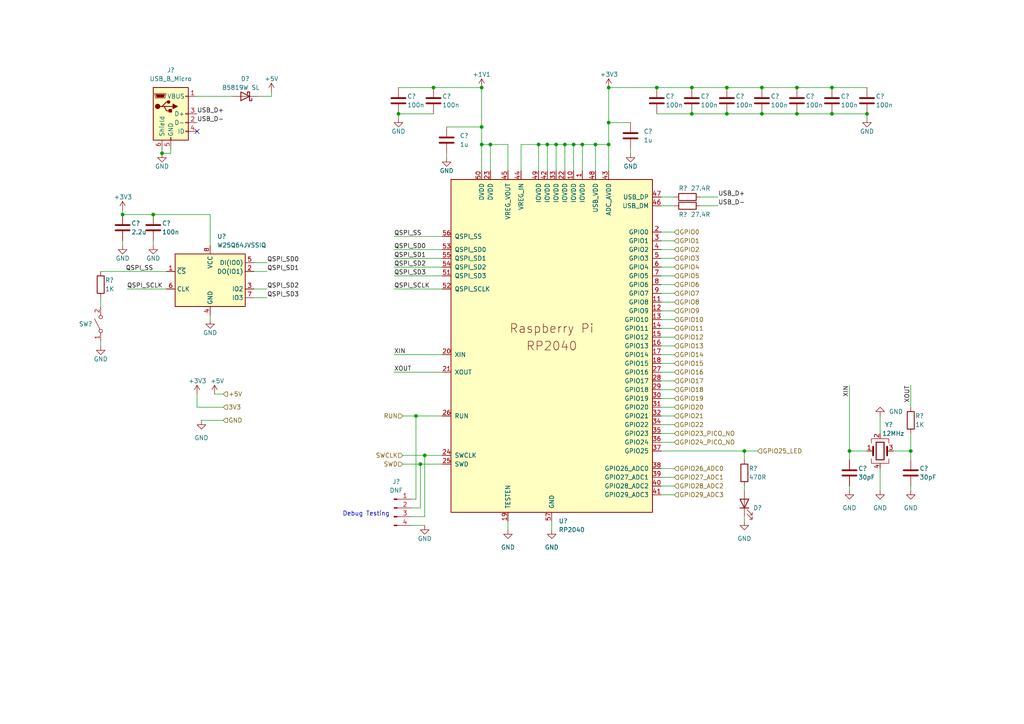
<source format=kicad_sch>
(kicad_sch (version 20211123) (generator eeschema)
  (paper "A4")
  (lib_symbols
    (symbol "Connector:Conn_01x04_Male" (pin_names (offset 1.016) hide)
      (property "Reference" "J" (at 0 5.08 0))
      (property "Value" "Conn_01x04_Male" (at 0 -7.62 0))
      (symbol "Conn_01x04_Male_1_1"
        (polyline (pts (xy 1.27 -5.08) (xy 0.8636 -5.08)) (stroke (width 0.1524)))
        (polyline (pts (xy 1.27 -2.54) (xy 0.8636 -2.54)) (stroke (width 0.1524)))
        (polyline (pts (xy 1.27 0) (xy 0.8636 0)) (stroke (width 0.1524)))
        (polyline (pts (xy 1.27 2.54) (xy 0.8636 2.54)) (stroke (width 0.1524)))
        (rectangle (start 0.8636 -4.953) (end 0 -5.207) (stroke (width 0.1524)) (fill (type outline)))
        (rectangle (start 0.8636 -2.413) (end 0 -2.667) (stroke (width 0.1524)) (fill (type outline)))
        (rectangle (start 0.8636 0.127) (end 0 -0.127) (stroke (width 0.1524)) (fill (type outline)))
        (rectangle (start 0.8636 2.667) (end 0 2.413) (stroke (width 0.1524)) (fill (type outline)))
        (pin passive line (at 5.08 2.54 180) (length 3.81) (name "Pin_1") (number "1"))
        (pin passive line (at 5.08 0 180) (length 3.81) (name "Pin_2") (number "2"))
        (pin passive line (at 5.08 -2.54 180) (length 3.81) (name "Pin_3") (number "3"))
        (pin passive line (at 5.08 -5.08 180) (length 3.81) (name "Pin_4") (number "4"))
      )
    )
    (symbol "Connector:USB_B_Micro" (pin_names (offset 1.016))
      (property "Reference" "J" (at -5.08 11.43 0))
      (property "Value" "USB_B_Micro" (at -5.08 8.89 0))
      (symbol "USB_B_Micro_0_1"
        (rectangle (start -5.08 -7.62) (end 5.08 7.62) (stroke (width 0.254)) (fill (type background)))
        (circle (center -3.81 2.159) (radius 0.635) (stroke (width 0.254)) (fill (type outline)))
        (circle (center -0.635 3.429) (radius 0.381) (stroke (width 0.254)) (fill (type outline)))
        (rectangle (start -0.127 -7.62) (end 0.127 -6.858))
        (polyline (pts (xy -1.905 2.159) (xy 0.635 2.159)) (stroke (width 0.254)))
        (polyline (pts (xy -3.175 2.159) (xy -2.54 2.159) (xy -1.27 3.429) (xy -0.635 3.429)) (stroke (width 0.254)))
        (polyline (pts (xy -2.54 2.159) (xy -1.905 2.159) (xy -1.27 0.889) (xy 0 0.889)) (stroke (width 0.254)))
        (polyline (pts (xy 0.635 2.794) (xy 0.635 1.524) (xy 1.905 2.159) (xy 0.635 2.794)) (stroke (width 0.254)) (fill (type outline)))
        (polyline (pts (xy -4.318 5.588) (xy -1.778 5.588) (xy -2.032 4.826) (xy -4.064 4.826) (xy -4.318 5.588)) (fill (type outline)))
        (polyline (pts (xy -4.699 5.842) (xy -4.699 5.588) (xy -4.445 4.826) (xy -4.445 4.572) (xy -1.651 4.572) (xy -1.651 4.826) (xy -1.397 5.588) (xy -1.397 5.842) (xy -4.699 5.842)))
        (rectangle (start 0.254 1.27) (end -0.508 0.508) (stroke (width 0.254)) (fill (type outline)))
        (rectangle (start 5.08 -5.207) (end 4.318 -4.953))
        (rectangle (start 5.08 -2.667) (end 4.318 -2.413))
        (rectangle (start 5.08 -0.127) (end 4.318 0.127))
        (rectangle (start 5.08 4.953) (end 4.318 5.207))
      )
      (symbol "USB_B_Micro_1_1"
        (pin power_out line (at 7.62 5.08 180) (length 2.54) (name "VBUS") (number "1"))
        (pin bidirectional line (at 7.62 -2.54 180) (length 2.54) (name "D-") (number "2"))
        (pin bidirectional line (at 7.62 0 180) (length 2.54) (name "D+") (number "3"))
        (pin passive line (at 7.62 -5.08 180) (length 2.54) (name "ID") (number "4"))
        (pin power_out line (at 0 -10.16 90) (length 2.54) (name "GND") (number "5"))
        (pin passive line (at -2.54 -10.16 90) (length 2.54) (name "Shield") (number "6"))
      )
    )
    (symbol "Device:C" (pin_numbers hide) (pin_names (offset 0.254))
      (property "Reference" "C" (at 0.635 2.54 0))
      (property "Value" "C" (at 0.635 -2.54 0))
      (symbol "C_0_1"
        (polyline (pts (xy -2.032 -0.762) (xy 2.032 -0.762)) (stroke (width 0.508)))
        (polyline (pts (xy -2.032 0.762) (xy 2.032 0.762)) (stroke (width 0.508)))
      )
      (symbol "C_1_1"
        (pin passive line (at 0 3.81 270) (length 2.794) (name "~") (number "1"))
        (pin passive line (at 0 -3.81 90) (length 2.794) (name "~") (number "2"))
      )
    )
    (symbol "Device:Crystal_GND24" (pin_names (offset 1.016) hide)
      (property "Reference" "Y" (at 3.175 5.08 0))
      (property "Value" "Crystal_GND24" (at 3.175 3.175 0))
      (symbol "Crystal_GND24_0_1"
        (rectangle (start -1.143 2.54) (end 1.143 -2.54) (stroke (width 0.3048)))
        (polyline (pts (xy -2.54 0) (xy -2.032 0)))
        (polyline (pts (xy -2.032 -1.27) (xy -2.032 1.27)) (stroke (width 0.508)))
        (polyline (pts (xy 0 -3.81) (xy 0 -3.556)))
        (polyline (pts (xy 0 3.556) (xy 0 3.81)))
        (polyline (pts (xy 2.032 -1.27) (xy 2.032 1.27)) (stroke (width 0.508)))
        (polyline (pts (xy 2.032 0) (xy 2.54 0)))
        (polyline (pts (xy -2.54 -2.286) (xy -2.54 -3.556) (xy 2.54 -3.556) (xy 2.54 -2.286)))
        (polyline (pts (xy -2.54 2.286) (xy -2.54 3.556) (xy 2.54 3.556) (xy 2.54 2.286)))
      )
      (symbol "Crystal_GND24_1_1"
        (pin passive line (at -3.81 0 0) (length 1.27) (name "1") (number "1"))
        (pin passive line (at 0 5.08 270) (length 1.27) (name "2") (number "2"))
        (pin passive line (at 3.81 0 180) (length 1.27) (name "3") (number "3"))
        (pin passive line (at 0 -5.08 90) (length 1.27) (name "4") (number "4"))
      )
    )
    (symbol "Device:LED" (pin_numbers hide) (pin_names (offset 1.016) hide)
      (property "Reference" "D" (at 0 2.54 0))
      (property "Value" "LED" (at 0 -2.54 0))
      (symbol "LED_0_1"
        (polyline (pts (xy -1.27 -1.27) (xy -1.27 1.27)) (stroke (width 0.254)))
        (polyline (pts (xy -1.27 0) (xy 1.27 0)))
        (polyline (pts (xy 1.27 -1.27) (xy 1.27 1.27) (xy -1.27 0) (xy 1.27 -1.27)) (stroke (width 0.254)))
        (polyline (pts (xy -3.048 -0.762) (xy -4.572 -2.286) (xy -3.81 -2.286) (xy -4.572 -2.286) (xy -4.572 -1.524)))
        (polyline (pts (xy -1.778 -0.762) (xy -3.302 -2.286) (xy -2.54 -2.286) (xy -3.302 -2.286) (xy -3.302 -1.524)))
      )
      (symbol "LED_1_1"
        (pin passive line (at -3.81 0 0) (length 2.54) (name "K") (number "1"))
        (pin passive line (at 3.81 0 180) (length 2.54) (name "A") (number "2"))
      )
    )
    (symbol "Device:R" (pin_numbers hide) (pin_names (offset 0))
      (property "Reference" "R" (at 2.032 0 90))
      (property "Value" "R" (at 0 0 90))
      (symbol "R_0_1"
        (rectangle (start -1.016 -2.54) (end 1.016 2.54) (stroke (width 0.254)))
      )
      (symbol "R_1_1"
        (pin passive line (at 0 3.81 270) (length 1.27) (name "~") (number "1"))
        (pin passive line (at 0 -3.81 90) (length 1.27) (name "~") (number "2"))
      )
    )
    (symbol "Diode:BAT48ZFILM" (pin_numbers hide) (pin_names (offset 1.016) hide)
      (property "Reference" "D" (at 0 2.54 0))
      (property "Value" "BAT48ZFILM" (at 0 -2.54 0))
      (symbol "BAT48ZFILM_0_1"
        (polyline (pts (xy 1.27 0) (xy -1.27 0)))
        (polyline (pts (xy 1.27 1.27) (xy 1.27 -1.27) (xy -1.27 0) (xy 1.27 1.27)) (stroke (width 0.254)))
        (polyline (pts (xy -1.905 0.635) (xy -1.905 1.27) (xy -1.27 1.27) (xy -1.27 -1.27) (xy -0.635 -1.27) (xy -0.635 -0.635)) (stroke (width 0.254)))
      )
      (symbol "BAT48ZFILM_1_1"
        (pin passive line (at -3.81 0 0) (length 2.54) (name "K") (number "1"))
        (pin passive line (at 3.81 0 180) (length 2.54) (name "A") (number "2"))
      )
    )
    (symbol "Memory_Flash:W25Q32JVSS"
      (property "Reference" "U" (at -8.89 8.89 0))
      (property "Value" "W25Q32JVSS" (at 7.62 8.89 0))
      (symbol "W25Q32JVSS_0_1"
        (rectangle (start -10.16 7.62) (end 10.16 -7.62) (stroke (width 0.254)) (fill (type background)))
      )
      (symbol "W25Q32JVSS_1_1"
        (pin input line (at -12.7 2.54 0) (length 2.54) (name "~{CS}") (number "1"))
        (pin bidirectional line (at 12.7 2.54 180) (length 2.54) (name "DO(IO1)") (number "2"))
        (pin bidirectional line (at 12.7 -2.54 180) (length 2.54) (name "IO2") (number "3"))
        (pin power_in line (at 0 -10.16 90) (length 2.54) (name "GND") (number "4"))
        (pin bidirectional line (at 12.7 5.08 180) (length 2.54) (name "DI(IO0)") (number "5"))
        (pin input line (at -12.7 -2.54 0) (length 2.54) (name "CLK") (number "6"))
        (pin bidirectional line (at 12.7 -5.08 180) (length 2.54) (name "IO3") (number "7"))
        (pin power_in line (at 0 10.16 270) (length 2.54) (name "VCC") (number "8"))
      )
    )
    (symbol "Switch:SW_SPST" (pin_names (offset 0) hide)
      (property "Reference" "SW" (at 0 3.175 0))
      (property "Value" "SW_SPST" (at 0 -2.54 0))
      (symbol "SW_SPST_0_0"
        (circle (center -2.032 0) (radius 0.508))
        (polyline (pts (xy -1.524 0.254) (xy 1.524 1.778)))
        (circle (center 2.032 0) (radius 0.508))
      )
      (symbol "SW_SPST_1_1"
        (pin passive line (at -5.08 0 0) (length 2.54) (name "A") (number "1"))
        (pin passive line (at 5.08 0 180) (length 2.54) (name "B") (number "2"))
      )
    )
    (symbol "power:+1V1" (power) (pin_names (offset 0))
      (property "Value" "+1V1" (at 0 3.556 0))
      (symbol "+1V1_0_1"
        (polyline (pts (xy -0.762 1.27) (xy 0 2.54)))
        (polyline (pts (xy 0 0) (xy 0 2.54)))
        (polyline (pts (xy 0 2.54) (xy 0.762 1.27)))
      )
      (symbol "+1V1_1_1"
        (pin power_in line (at 0 0 90) (length 0) hide (name "+1V1") (number "1"))
      )
    )
    (symbol "power:+3V3" (power) (pin_names (offset 0))
      (property "Value" "+3V3" (at 0 3.556 0))
      (symbol "+3V3_0_1"
        (polyline (pts (xy -0.762 1.27) (xy 0 2.54)))
        (polyline (pts (xy 0 0) (xy 0 2.54)))
        (polyline (pts (xy 0 2.54) (xy 0.762 1.27)))
      )
      (symbol "+3V3_1_1"
        (pin power_in line (at 0 0 90) (length 0) hide (name "+3V3") (number "1"))
      )
    )
    (symbol "power:+5V" (power) (pin_names (offset 0))
      (property "Value" "+5V" (at 0 3.556 0))
      (symbol "+5V_0_1"
        (polyline (pts (xy -0.762 1.27) (xy 0 2.54)))
        (polyline (pts (xy 0 0) (xy 0 2.54)))
        (polyline (pts (xy 0 2.54) (xy 0.762 1.27)))
      )
      (symbol "+5V_1_1"
        (pin power_in line (at 0 0 90) (length 0) hide (name "+5V") (number "1"))
      )
    )
    (symbol "power:GND" (power) (pin_names (offset 0))
      (property "Value" "GND" (at 0 -3.81 0))
      (symbol "GND_0_1"
        (polyline (pts (xy 0 0) (xy 0 -1.27) (xy 1.27 -1.27) (xy 0 -2.54) (xy -1.27 -1.27) (xy 0 -1.27)))
      )
      (symbol "GND_1_1"
        (pin power_in line (at 0 0 270) (length 0) hide (name "GND") (number "1"))
      )
    )
    (symbol "usb_xwitch:RP2040" (pin_names (offset 1.016))
      (property "Reference" "U" (at -29.21 49.53 0))
      (property "Value" "RP2040" (at 24.13 -49.53 0))
      (symbol "RP2040_0_0"
        (text "Raspberry Pi" (at 0 5.08 0) (effects (font (size 2.54 2.54))))
        (text "RP2040" (at 0 0 0) (effects (font (size 2.54 2.54))))
      )
      (symbol "RP2040_0_1"
        (rectangle (start 29.21 48.26) (end -29.21 -48.26) (stroke (width 0.254)) (fill (type background)))
      )
      (symbol "RP2040_1_1"
        (pin power_in line (at 8.89 50.8 270) (length 2.54) (name "IOVDD") (number "1"))
        (pin power_in line (at 6.35 50.8 270) (length 2.54) (name "IOVDD") (number "10"))
        (pin bidirectional line (at 31.75 12.7 180) (length 2.54) (name "GPIO8") (number "11"))
        (pin bidirectional line (at 31.75 10.16 180) (length 2.54) (name "GPIO9") (number "12"))
        (pin bidirectional line (at 31.75 7.62 180) (length 2.54) (name "GPIO10") (number "13"))
        (pin bidirectional line (at 31.75 5.08 180) (length 2.54) (name "GPIO11") (number "14"))
        (pin bidirectional line (at 31.75 2.54 180) (length 2.54) (name "GPIO12") (number "15"))
        (pin bidirectional line (at 31.75 0 180) (length 2.54) (name "GPIO13") (number "16"))
        (pin bidirectional line (at 31.75 -2.54 180) (length 2.54) (name "GPIO14") (number "17"))
        (pin bidirectional line (at 31.75 -5.08 180) (length 2.54) (name "GPIO15") (number "18"))
        (pin passive line (at -12.7 -50.8 90) (length 2.54) (name "TESTEN") (number "19"))
        (pin bidirectional line (at 31.75 33.02 180) (length 2.54) (name "GPIO0") (number "2"))
        (pin input line (at -31.75 -2.54 0) (length 2.54) (name "XIN") (number "20"))
        (pin passive line (at -31.75 -7.62 0) (length 2.54) (name "XOUT") (number "21"))
        (pin power_in line (at 3.81 50.8 270) (length 2.54) (name "IOVDD") (number "22"))
        (pin power_in line (at -17.78 50.8 270) (length 2.54) (name "DVDD") (number "23"))
        (pin output line (at -31.75 -31.75 0) (length 2.54) (name "SWCLK") (number "24"))
        (pin bidirectional line (at -31.75 -34.29 0) (length 2.54) (name "SWD") (number "25"))
        (pin input line (at -31.75 -20.32 0) (length 2.54) (name "RUN") (number "26"))
        (pin bidirectional line (at 31.75 -7.62 180) (length 2.54) (name "GPIO16") (number "27"))
        (pin bidirectional line (at 31.75 -10.16 180) (length 2.54) (name "GPIO17") (number "28"))
        (pin bidirectional line (at 31.75 -12.7 180) (length 2.54) (name "GPIO18") (number "29"))
        (pin bidirectional line (at 31.75 30.48 180) (length 2.54) (name "GPIO1") (number "3"))
        (pin bidirectional line (at 31.75 -15.24 180) (length 2.54) (name "GPIO19") (number "30"))
        (pin bidirectional line (at 31.75 -17.78 180) (length 2.54) (name "GPIO20") (number "31"))
        (pin bidirectional line (at 31.75 -20.32 180) (length 2.54) (name "GPIO21") (number "32"))
        (pin power_in line (at 1.27 50.8 270) (length 2.54) (name "IOVDD") (number "33"))
        (pin bidirectional line (at 31.75 -22.86 180) (length 2.54) (name "GPIO22") (number "34"))
        (pin bidirectional line (at 31.75 -25.4 180) (length 2.54) (name "GPIO23") (number "35"))
        (pin bidirectional line (at 31.75 -27.94 180) (length 2.54) (name "GPIO24") (number "36"))
        (pin bidirectional line (at 31.75 -30.48 180) (length 2.54) (name "GPIO25") (number "37"))
        (pin bidirectional line (at 31.75 -35.56 180) (length 2.54) (name "GPIO26_ADC0") (number "38"))
        (pin bidirectional line (at 31.75 -38.1 180) (length 2.54) (name "GPIO27_ADC1") (number "39"))
        (pin bidirectional line (at 31.75 27.94 180) (length 2.54) (name "GPIO2") (number "4"))
        (pin bidirectional line (at 31.75 -40.64 180) (length 2.54) (name "GPIO28_ADC2") (number "40"))
        (pin bidirectional line (at 31.75 -43.18 180) (length 2.54) (name "GPIO29_ADC3") (number "41"))
        (pin power_in line (at -1.27 50.8 270) (length 2.54) (name "IOVDD") (number "42"))
        (pin power_in line (at 16.51 50.8 270) (length 2.54) (name "ADC_AVDD") (number "43"))
        (pin power_in line (at -8.89 50.8 270) (length 2.54) (name "VREG_IN") (number "44"))
        (pin power_out line (at -12.7 50.8 270) (length 2.54) (name "VREG_VOUT") (number "45"))
        (pin bidirectional line (at 31.75 40.64 180) (length 2.54) (name "USB_DM") (number "46"))
        (pin bidirectional line (at 31.75 43.18 180) (length 2.54) (name "USB_DP") (number "47"))
        (pin power_in line (at 12.7 50.8 270) (length 2.54) (name "USB_VDD") (number "48"))
        (pin power_in line (at -3.81 50.8 270) (length 2.54) (name "IOVDD") (number "49"))
        (pin bidirectional line (at 31.75 25.4 180) (length 2.54) (name "GPIO3") (number "5"))
        (pin power_in line (at -20.32 50.8 270) (length 2.54) (name "DVDD") (number "50"))
        (pin bidirectional line (at -31.75 20.32 0) (length 2.54) (name "QSPI_SD3") (number "51"))
        (pin output line (at -31.75 16.51 0) (length 2.54) (name "QSPI_SCLK") (number "52"))
        (pin bidirectional line (at -31.75 27.94 0) (length 2.54) (name "QSPI_SD0") (number "53"))
        (pin bidirectional line (at -31.75 22.86 0) (length 2.54) (name "QSPI_SD2") (number "54"))
        (pin bidirectional line (at -31.75 25.4 0) (length 2.54) (name "QSPI_SD1") (number "55"))
        (pin bidirectional line (at -31.75 31.75 0) (length 2.54) (name "QSPI_SS") (number "56"))
        (pin power_in line (at 0 -50.8 90) (length 2.54) (name "GND") (number "57"))
        (pin bidirectional line (at 31.75 22.86 180) (length 2.54) (name "GPIO4") (number "6"))
        (pin bidirectional line (at 31.75 20.32 180) (length 2.54) (name "GPIO5") (number "7"))
        (pin bidirectional line (at 31.75 17.78 180) (length 2.54) (name "GPIO6") (number "8"))
        (pin bidirectional line (at 31.75 15.24 180) (length 2.54) (name "GPIO7") (number "9"))
      )
    )
  )
  (junction (at 158.75 41.91))
  (junction (at 210.82 33.02))
  (junction (at 251.46 33.02))
  (junction (at 220.98 33.02))
  (junction (at 120.65 120.65))
  (junction (at 168.91 41.91))
  (junction (at 210.82 25.4))
  (junction (at 246.38 130.81))
  (junction (at 200.66 25.4))
  (junction (at 35.56 62.23))
  (junction (at 139.7 25.4))
  (junction (at 200.66 33.02))
  (junction (at 156.21 41.91))
  (junction (at 142.24 41.91))
  (junction (at 172.72 41.91))
  (junction (at 123.19 132.08))
  (junction (at 215.9 130.81))
  (junction (at 44.45 62.23))
  (junction (at 241.3 25.4))
  (junction (at 231.14 25.4))
  (junction (at 139.7 41.91))
  (junction (at 264.16 130.81))
  (junction (at 163.83 41.91))
  (junction (at 241.3 33.02))
  (junction (at 176.53 25.4))
  (junction (at 176.53 41.91))
  (junction (at 46.99 44.45))
  (junction (at 125.73 25.4))
  (junction (at 139.7 36.83))
  (junction (at 121.92 134.62))
  (junction (at 166.37 41.91))
  (junction (at 161.29 41.91))
  (junction (at 176.53 35.56))
  (junction (at 115.57 33.02))
  (junction (at 190.5 25.4))
  (junction (at 220.98 25.4))
  (junction (at 231.14 33.02))
  (no_connect (at 57.15 38.1))
  (wire (pts (xy 114.3 102.87) (xy 128.27 102.87)))
  (wire (pts (xy 191.77 105.41) (xy 195.58 105.41)))
  (wire (pts (xy 161.29 41.91) (xy 163.83 41.91)))
  (wire (pts (xy 191.77 74.93) (xy 195.58 74.93)))
  (wire (pts (xy 158.75 41.91) (xy 158.75 49.53)))
  (wire (pts (xy 119.38 144.78) (xy 120.65 144.78)))
  (wire (pts (xy 251.46 33.02) (xy 251.46 34.29)))
  (wire (pts (xy 62.23 114.3) (xy 64.77 114.3)))
  (wire (pts (xy 191.77 118.11) (xy 195.58 118.11)))
  (wire (pts (xy 191.77 80.01) (xy 195.58 80.01)))
  (wire (pts (xy 60.96 91.44) (xy 60.96 92.71)))
  (wire (pts (xy 191.77 138.43) (xy 195.58 138.43)))
  (wire (pts (xy 220.98 25.4) (xy 231.14 25.4)))
  (wire (pts (xy 168.91 41.91) (xy 168.91 49.53)))
  (wire (pts (xy 116.84 120.65) (xy 120.65 120.65)))
  (wire (pts (xy 46.99 44.45) (xy 46.99 43.18)))
  (wire (pts (xy 57.15 27.94) (xy 67.31 27.94)))
  (wire (pts (xy 156.21 41.91) (xy 158.75 41.91)))
  (wire (pts (xy 191.77 82.55) (xy 195.58 82.55)))
  (wire (pts (xy 191.77 115.57) (xy 195.58 115.57)))
  (wire (pts (xy 191.77 107.95) (xy 195.58 107.95)))
  (wire (pts (xy 191.77 100.33) (xy 195.58 100.33)))
  (wire (pts (xy 191.77 90.17) (xy 195.58 90.17)))
  (wire (pts (xy 115.57 33.02) (xy 115.57 34.29)))
  (wire (pts (xy 151.13 49.53) (xy 151.13 41.91)))
  (wire (pts (xy 49.53 43.18) (xy 49.53 44.45)))
  (wire (pts (xy 215.9 130.81) (xy 219.71 130.81)))
  (wire (pts (xy 215.9 149.86) (xy 215.9 151.13)))
  (wire (pts (xy 151.13 41.91) (xy 156.21 41.91)))
  (wire (pts (xy 114.3 72.39) (xy 128.27 72.39)))
  (wire (pts (xy 264.16 111.76) (xy 264.16 118.11)))
  (wire (pts (xy 168.91 41.91) (xy 172.72 41.91)))
  (wire (pts (xy 116.84 134.62) (xy 121.92 134.62)))
  (wire (pts (xy 44.45 69.85) (xy 44.45 71.12)))
  (wire (pts (xy 191.77 95.25) (xy 195.58 95.25)))
  (wire (pts (xy 77.47 76.2) (xy 73.66 76.2)))
  (wire (pts (xy 158.75 41.91) (xy 161.29 41.91)))
  (wire (pts (xy 114.3 80.01) (xy 128.27 80.01)))
  (wire (pts (xy 191.77 123.19) (xy 195.58 123.19)))
  (wire (pts (xy 35.56 62.23) (xy 44.45 62.23)))
  (wire (pts (xy 191.77 120.65) (xy 195.58 120.65)))
  (wire (pts (xy 123.19 132.08) (xy 123.19 149.86)))
  (wire (pts (xy 231.14 33.02) (xy 241.3 33.02)))
  (wire (pts (xy 114.3 74.93) (xy 128.27 74.93)))
  (wire (pts (xy 191.77 128.27) (xy 195.58 128.27)))
  (wire (pts (xy 125.73 25.4) (xy 139.7 25.4)))
  (wire (pts (xy 139.7 36.83) (xy 139.7 41.91)))
  (wire (pts (xy 241.3 25.4) (xy 251.46 25.4)))
  (wire (pts (xy 264.16 125.73) (xy 264.16 130.81)))
  (wire (pts (xy 191.77 130.81) (xy 215.9 130.81)))
  (wire (pts (xy 246.38 111.76) (xy 246.38 130.81)))
  (wire (pts (xy 191.77 92.71) (xy 195.58 92.71)))
  (wire (pts (xy 191.77 85.09) (xy 195.58 85.09)))
  (wire (pts (xy 255.27 135.89) (xy 255.27 142.24)))
  (wire (pts (xy 191.77 72.39) (xy 195.58 72.39)))
  (wire (pts (xy 251.46 130.81) (xy 246.38 130.81)))
  (wire (pts (xy 142.24 49.53) (xy 142.24 41.91)))
  (wire (pts (xy 200.66 25.4) (xy 210.82 25.4)))
  (wire (pts (xy 121.92 134.62) (xy 128.27 134.62)))
  (wire (pts (xy 147.32 41.91) (xy 142.24 41.91)))
  (wire (pts (xy 246.38 130.81) (xy 246.38 133.35)))
  (wire (pts (xy 215.9 130.81) (xy 215.9 133.35)))
  (wire (pts (xy 139.7 41.91) (xy 139.7 49.53)))
  (wire (pts (xy 160.02 151.13) (xy 160.02 153.67)))
  (wire (pts (xy 119.38 152.4) (xy 123.19 152.4)))
  (wire (pts (xy 119.38 149.86) (xy 123.19 149.86)))
  (wire (pts (xy 191.77 59.69) (xy 195.58 59.69)))
  (wire (pts (xy 147.32 151.13) (xy 147.32 153.67)))
  (wire (pts (xy 163.83 41.91) (xy 166.37 41.91)))
  (wire (pts (xy 161.29 41.91) (xy 161.29 49.53)))
  (wire (pts (xy 191.77 110.49) (xy 195.58 110.49)))
  (wire (pts (xy 121.92 134.62) (xy 121.92 147.32)))
  (wire (pts (xy 163.83 41.91) (xy 163.83 49.53)))
  (wire (pts (xy 120.65 120.65) (xy 120.65 144.78)))
  (wire (pts (xy 176.53 25.4) (xy 176.53 35.56)))
  (wire (pts (xy 77.47 78.74) (xy 73.66 78.74)))
  (wire (pts (xy 114.3 77.47) (xy 128.27 77.47)))
  (wire (pts (xy 210.82 25.4) (xy 220.98 25.4)))
  (wire (pts (xy 259.08 130.81) (xy 264.16 130.81)))
  (wire (pts (xy 172.72 41.91) (xy 172.72 49.53)))
  (wire (pts (xy 191.77 97.79) (xy 195.58 97.79)))
  (wire (pts (xy 129.54 36.83) (xy 139.7 36.83)))
  (wire (pts (xy 176.53 41.91) (xy 176.53 49.53)))
  (wire (pts (xy 166.37 41.91) (xy 166.37 49.53)))
  (wire (pts (xy 241.3 33.02) (xy 251.46 33.02)))
  (wire (pts (xy 129.54 44.45) (xy 129.54 45.72)))
  (wire (pts (xy 29.21 86.36) (xy 29.21 88.9)))
  (wire (pts (xy 176.53 35.56) (xy 182.88 35.56)))
  (wire (pts (xy 190.5 25.4) (xy 200.66 25.4)))
  (wire (pts (xy 172.72 41.91) (xy 176.53 41.91)))
  (wire (pts (xy 60.96 71.12) (xy 60.96 62.23)))
  (wire (pts (xy 191.77 143.51) (xy 195.58 143.51)))
  (wire (pts (xy 36.83 83.82) (xy 48.26 83.82)))
  (wire (pts (xy 191.77 135.89) (xy 195.58 135.89)))
  (wire (pts (xy 176.53 25.4) (xy 190.5 25.4)))
  (wire (pts (xy 78.74 26.67) (xy 78.74 27.94)))
  (wire (pts (xy 246.38 140.97) (xy 246.38 142.24)))
  (wire (pts (xy 74.93 27.94) (xy 78.74 27.94)))
  (wire (pts (xy 182.88 43.18) (xy 182.88 44.45)))
  (wire (pts (xy 142.24 41.91) (xy 139.7 41.91)))
  (wire (pts (xy 115.57 33.02) (xy 125.73 33.02)))
  (wire (pts (xy 77.47 86.36) (xy 73.66 86.36)))
  (wire (pts (xy 191.77 57.15) (xy 195.58 57.15)))
  (wire (pts (xy 255.27 120.65) (xy 255.27 125.73)))
  (wire (pts (xy 220.98 33.02) (xy 231.14 33.02)))
  (wire (pts (xy 264.16 140.97) (xy 264.16 142.24)))
  (wire (pts (xy 58.42 121.92) (xy 64.77 121.92)))
  (wire (pts (xy 191.77 77.47) (xy 195.58 77.47)))
  (wire (pts (xy 191.77 102.87) (xy 195.58 102.87)))
  (wire (pts (xy 191.77 87.63) (xy 195.58 87.63)))
  (wire (pts (xy 57.15 114.3) (xy 57.15 118.11)))
  (wire (pts (xy 116.84 132.08) (xy 123.19 132.08)))
  (wire (pts (xy 191.77 113.03) (xy 195.58 113.03)))
  (wire (pts (xy 191.77 140.97) (xy 195.58 140.97)))
  (wire (pts (xy 200.66 33.02) (xy 210.82 33.02)))
  (wire (pts (xy 139.7 25.4) (xy 139.7 36.83)))
  (wire (pts (xy 156.21 41.91) (xy 156.21 49.53)))
  (wire (pts (xy 191.77 69.85) (xy 195.58 69.85)))
  (wire (pts (xy 231.14 25.4) (xy 241.3 25.4)))
  (wire (pts (xy 210.82 33.02) (xy 220.98 33.02)))
  (wire (pts (xy 114.3 83.82) (xy 128.27 83.82)))
  (wire (pts (xy 203.2 59.69) (xy 208.28 59.69)))
  (wire (pts (xy 46.99 44.45) (xy 49.53 44.45)))
  (wire (pts (xy 114.3 107.95) (xy 128.27 107.95)))
  (wire (pts (xy 191.77 125.73) (xy 195.58 125.73)))
  (wire (pts (xy 57.15 118.11) (xy 64.77 118.11)))
  (wire (pts (xy 215.9 140.97) (xy 215.9 142.24)))
  (wire (pts (xy 203.2 57.15) (xy 208.28 57.15)))
  (wire (pts (xy 147.32 49.53) (xy 147.32 41.91)))
  (wire (pts (xy 264.16 130.81) (xy 264.16 133.35)))
  (wire (pts (xy 120.65 120.65) (xy 128.27 120.65)))
  (wire (pts (xy 190.5 33.02) (xy 200.66 33.02)))
  (wire (pts (xy 35.56 69.85) (xy 35.56 71.12)))
  (wire (pts (xy 191.77 67.31) (xy 195.58 67.31)))
  (wire (pts (xy 35.56 60.96) (xy 35.56 62.23)))
  (wire (pts (xy 119.38 147.32) (xy 121.92 147.32)))
  (wire (pts (xy 166.37 41.91) (xy 168.91 41.91)))
  (wire (pts (xy 176.53 35.56) (xy 176.53 41.91)))
  (wire (pts (xy 29.21 99.06) (xy 29.21 100.33)))
  (wire (pts (xy 114.3 68.58) (xy 128.27 68.58)))
  (wire (pts (xy 115.57 25.4) (xy 125.73 25.4)))
  (wire (pts (xy 60.96 62.23) (xy 44.45 62.23)))
  (wire (pts (xy 123.19 132.08) (xy 128.27 132.08)))
  (wire (pts (xy 77.47 83.82) (xy 73.66 83.82)))
  (wire (pts (xy 29.21 78.74) (xy 48.26 78.74)))
  (text "Debug Testing" (at 113.03 149.86 180) (effects (font (size 1.27 1.27)) (justify right bottom)))
  (label "QSPI_SCLK" (at 114.3 83.82 0))
  (label "USB_D+" (at 208.28 57.15 0))
  (label "QSPI_SS" (at 44.45 78.74 180))
  (label "QSPI_SD2" (at 77.47 83.82 0))
  (label "QSPI_SCLK" (at 36.83 83.82 0))
  (label "XIN" (at 246.38 111.76 270))
  (label "USB_D-" (at 57.15 35.56 0))
  (label "USB_D+" (at 57.15 33.02 0))
  (label "QSPI_SD3" (at 77.47 86.36 0))
  (label "USB_D-" (at 208.28 59.69 0))
  (label "QSPI_SD1" (at 77.47 78.74 0))
  (label "QSPI_SD1" (at 114.3 74.93 0))
  (label "QSPI_SD2" (at 114.3 77.47 0))
  (label "XOUT" (at 264.16 111.76 270))
  (label "XIN" (at 114.3 102.87 0))
  (label "QSPI_SS" (at 114.3 68.58 0))
  (label "QSPI_SD3" (at 114.3 80.01 0))
  (label "QSPI_SD0" (at 114.3 72.39 0))
  (label "QSPI_SD0" (at 77.47 76.2 0))
  (label "XOUT" (at 114.3 107.95 0))
  (hierarchical_label "GPIO20" (shape input) (at 195.58 118.11 0))
  (hierarchical_label "GPIO12" (shape input) (at 195.58 97.79 0))
  (hierarchical_label "GPIO2" (shape input) (at 195.58 72.39 0))
  (hierarchical_label "GPIO23_PICO_NO" (shape input) (at 195.58 125.73 0))
  (hierarchical_label "GPIO19" (shape input) (at 195.58 115.57 0))
  (hierarchical_label "GPIO9" (shape input) (at 195.58 90.17 0))
  (hierarchical_label "GPIO25_LED" (shape input) (at 219.71 130.81 0))
  (hierarchical_label "GPIO7" (shape input) (at 195.58 85.09 0))
  (hierarchical_label "GPIO28_ADC2" (shape input) (at 195.58 140.97 0))
  (hierarchical_label "GPIO11" (shape input) (at 195.58 95.25 0))
  (hierarchical_label "GPIO8" (shape input) (at 195.58 87.63 0))
  (hierarchical_label "GPIO14" (shape input) (at 195.58 102.87 0))
  (hierarchical_label "GPIO24_PICO_NO" (shape input) (at 195.58 128.27 0))
  (hierarchical_label "GPIO3" (shape input) (at 195.58 74.93 0))
  (hierarchical_label "GPIO13" (shape input) (at 195.58 100.33 0))
  (hierarchical_label "SWCLK" (shape input) (at 116.84 132.08 180))
  (hierarchical_label "GPIO10" (shape input) (at 195.58 92.71 0))
  (hierarchical_label "GPIO22" (shape input) (at 195.58 123.19 0))
  (hierarchical_label "GPIO21" (shape input) (at 195.58 120.65 0))
  (hierarchical_label "GPIO15" (shape input) (at 195.58 105.41 0))
  (hierarchical_label "+5V" (shape input) (at 64.77 114.3 0))
  (hierarchical_label "GPIO26_ADC0" (shape input) (at 195.58 135.89 0))
  (hierarchical_label "GPIO1" (shape input) (at 195.58 69.85 0))
  (hierarchical_label "GPIO29_ADC3" (shape input) (at 195.58 143.51 0))
  (hierarchical_label "SWD" (shape input) (at 116.84 134.62 180))
  (hierarchical_label "GPIO17" (shape input) (at 195.58 110.49 0))
  (hierarchical_label "GPIO4" (shape input) (at 195.58 77.47 0))
  (hierarchical_label "RUN" (shape input) (at 116.84 120.65 180))
  (hierarchical_label "GPIO27_ADC1" (shape input) (at 195.58 138.43 0))
  (hierarchical_label "GPIO16" (shape input) (at 195.58 107.95 0))
  (hierarchical_label "GPIO5" (shape input) (at 195.58 80.01 0))
  (hierarchical_label "GND" (shape input) (at 64.77 121.92 0))
  (hierarchical_label "GPIO6" (shape input) (at 195.58 82.55 0))
  (hierarchical_label "GPIO18" (shape input) (at 195.58 113.03 0))
  (hierarchical_label "3V3" (shape input) (at 64.77 118.11 0))
  (hierarchical_label "GPIO0" (shape input) (at 195.58 67.31 0))
  (symbol (lib_id "Device:LED") (at 215.9 146.05 90) (unit 1)
    (property "Reference" "D?" (at 218.44 147.32 90) (effects (justify right)))
    (property "Value" "19-217/GHC-YR1S2/3T" (effects hide))
    (property "Footprint" "Diode_SMD:D_0603_1608Metric_Pad1.05x0.95mm_HandSolder" (effects hide))
    (property "Datasheet" "https://media.digikey.com/pdf/Data%20Sheets/Everlight%20PDFs/19-217,GHC-YR1S2,3T.pdf" (effects hide))
    (property "LCSC" "C72043" (effects hide))
  )
  (symbol (lib_id "Device:C") (at 220.98 29.21 0) (unit 1)
    (property "Reference" "C?" (at 223.52 27.94 0) (effects (justify left)))
    (property "Value" "100n" (at 223.52 30.48 0) (effects (justify left)))
    (property "Footprint" "Resistor_SMD:R_0402_1005Metric_Pad0.72x0.64mm_HandSolder" (effects hide))
    (property "LCSC" "C1525" (effects hide))
  )
  (symbol (lib_id "Device:R") (at 199.39 59.69 90) (unit 1)
    (property "Reference" "R?" (at 198.12 62.23 90))
    (property "Value" "27.4R" (at 203.2 62.23 90))
    (property "Footprint" "Resistor_SMD:R_0402_1005Metric_Pad0.72x0.64mm_HandSolder" (effects hide))
    (property "LCSC" "C31439" (effects hide))
  )
  (symbol (lib_id "Connector:USB_B_Micro") (at 49.53 33.02 0) (unit 1)
    (property "Reference" "J?" (at 49.53 20.32 0))
    (property "Value" "USB_B_Micro" (at 49.53 22.86 0))
    (property "Footprint" "Connector_USB:USB_Micro-B_Molex-105017-0001" (effects hide))
    (property "LCSC" "C10418" (effects hide))
  )
  (symbol (lib_id "power:GND") (at 115.57 34.29 0) (unit 1)
    (property "Reference" "#PWR?" (effects hide))
    (property "Value" "GND" (at 115.57 38.1 0))
  )
  (symbol (lib_id "Device:C") (at 182.88 39.37 0) (unit 1)
    (property "Reference" "C?" (at 186.69 38.0999 0) (effects (justify left)))
    (property "Value" "1u" (at 186.69 40.6399 0) (effects (justify left)))
    (property "Footprint" "Resistor_SMD:R_0402_1005Metric_Pad0.72x0.64mm_HandSolder" (effects hide))
    (property "LCSC" "C52923" (effects hide))
  )
  (symbol (lib_id "power:GND") (at 58.42 121.92 0) (unit 1)
    (property "Reference" "#PWR?" (effects hide))
    (property "Value" "GND" (at 58.42 127 0))
  )
  (symbol (lib_id "Device:C") (at 231.14 29.21 0) (unit 1)
    (property "Reference" "C?" (at 233.68 27.94 0) (effects (justify left)))
    (property "Value" "100n" (at 233.68 30.48 0) (effects (justify left)))
    (property "Footprint" "Resistor_SMD:R_0402_1005Metric_Pad0.72x0.64mm_HandSolder" (effects hide))
    (property "LCSC" "C1525" (effects hide))
  )
  (symbol (lib_id "Device:C") (at 190.5 29.21 0) (unit 1)
    (property "Reference" "C?" (at 193.04 27.94 0) (effects (justify left)))
    (property "Value" "100n" (at 193.04 30.48 0) (effects (justify left)))
    (property "Footprint" "Resistor_SMD:R_0402_1005Metric_Pad0.72x0.64mm_HandSolder" (effects hide))
    (property "LCSC" "C1525" (effects hide))
  )
  (symbol (lib_id "Memory_Flash:W25Q32JVSS") (at 60.96 81.28 0) (unit 1)
    (property "Reference" "U?" (at 62.9794 68.58 0) (effects (justify left)))
    (property "Value" "W25Q64JVSSIQ" (at 62.9794 71.12 0) (effects (justify left)))
    (property "Footprint" "Package_SO:SOIC-8_5.23x5.23mm_P1.27mm" (effects hide))
    (property "Datasheet" "http://www.winbond.com/resource-files/w25q32jv%20revg%2003272018%20plus.pdf" (effects hide))
    (property "LCSC" "C83140" (effects hide))
  )
  (symbol (lib_id "power:GND") (at 129.54 45.72 0) (unit 1)
    (property "Reference" "#PWR?" (effects hide))
    (property "Value" "GND" (at 129.54 49.53 0))
  )
  (symbol (lib_id "power:+3V3") (at 176.53 25.4 0) (unit 1)
    (property "Reference" "#PWR?" (effects hide))
    (property "Value" "+3V3" (at 173.99 21.59 0) (effects (justify left)))
  )
  (symbol (lib_id "Diode:BAT48ZFILM") (at 71.12 27.94 180) (unit 1)
    (property "Reference" "D?" (at 71.12 22.86 0))
    (property "Value" "B5819W SL" (at 69.85 25.4 0))
    (property "Footprint" "Diode_SMD:D_SOD-123" (effects hide))
    (property "Datasheet" "https://datasheet.lcsc.com/lcsc/1809140216_Jiangsu-Changjing-Electronics-Technology-Co---Ltd--B5819W-SL_C8598.pdf" (effects hide))
    (property "LCSC" "C8598" (effects hide))
  )
  (symbol (lib_id "Device:C") (at 241.3 29.21 0) (unit 1)
    (property "Reference" "C?" (at 243.84 27.94 0) (effects (justify left)))
    (property "Value" "100n" (at 243.84 30.48 0) (effects (justify left)))
    (property "Footprint" "Resistor_SMD:R_0402_1005Metric_Pad0.72x0.64mm_HandSolder" (effects hide))
    (property "LCSC" "C1525" (effects hide))
  )
  (symbol (lib_id "usb_xwitch:RP2040") (at 160.02 100.33 0) (unit 1)
    (property "Reference" "U?" (at 162.0394 151.13 0) (effects (justify left)))
    (property "Value" "RP2040" (at 162.0394 153.67 0) (effects (justify left)))
    (property "Footprint" "usb_xwitch:RP2040-QFN-56" (effects hide))
    (property "LCSC" "C2040" (effects hide))
  )
  (symbol (lib_id "power:GND") (at 60.96 92.71 0) (unit 1)
    (property "Reference" "#PWR?" (effects hide))
    (property "Value" "GND" (at 60.96 96.52 0))
  )
  (symbol (lib_id "Device:C") (at 125.73 29.21 0) (unit 1)
    (property "Reference" "C?" (at 128.27 27.94 0) (effects (justify left)))
    (property "Value" "100n" (at 128.27 30.48 0) (effects (justify left)))
    (property "Footprint" "Resistor_SMD:R_0402_1005Metric_Pad0.72x0.64mm_HandSolder" (effects hide))
    (property "LCSC" "C1525" (effects hide))
  )
  (symbol (lib_id "Device:C") (at 35.56 66.04 0) (unit 1)
    (property "Reference" "C?" (at 38.1 64.77 0) (effects (justify left)))
    (property "Value" "2.2u" (at 38.1 67.31 0) (effects (justify left)))
    (property "Footprint" "Inductor_SMD:L_0402_1005Metric_Pad0.77x0.64mm_HandSolder" (effects hide))
    (property "LCSC" "C12530" (effects hide))
  )
  (symbol (lib_id "Device:C") (at 246.38 137.16 0) (unit 1)
    (property "Reference" "C?" (at 248.92 135.89 0) (effects (justify left)))
    (property "Value" "30pF" (at 248.92 138.43 0) (effects (justify left)))
    (property "Footprint" "Capacitor_SMD:C_0402_1005Metric_Pad0.74x0.62mm_HandSolder" (effects hide))
    (property "LCSC" "C1570" (effects hide))
  )
  (symbol (lib_id "Device:R") (at 199.39 57.15 90) (unit 1)
    (property "Reference" "R?" (at 198.12 54.61 90))
    (property "Value" "27.4R" (at 203.2 54.61 90))
    (property "Footprint" "Resistor_SMD:R_0402_1005Metric_Pad0.72x0.64mm_HandSolder" (effects hide))
    (property "LCSC" "C31439" (effects hide))
  )
  (symbol (lib_id "Device:C") (at 44.45 66.04 0) (unit 1)
    (property "Reference" "C?" (at 46.99 64.77 0) (effects (justify left)))
    (property "Value" "100n" (at 46.99 67.31 0) (effects (justify left)))
    (property "Footprint" "Inductor_SMD:L_0402_1005Metric_Pad0.77x0.64mm_HandSolder" (effects hide))
    (property "LCSC" "C1525" (effects hide))
  )
  (symbol (lib_id "Device:C") (at 200.66 29.21 0) (unit 1)
    (property "Reference" "C?" (at 203.2 27.94 0) (effects (justify left)))
    (property "Value" "100n" (at 203.2 30.48 0) (effects (justify left)))
    (property "Footprint" "Resistor_SMD:R_0402_1005Metric_Pad0.72x0.64mm_HandSolder" (effects hide))
    (property "LCSC" "C1525" (effects hide))
  )
  (symbol (lib_id "power:+3V3") (at 57.15 114.3 0) (unit 1)
    (property "Reference" "#PWR?" (effects hide))
    (property "Value" "+3V3" (at 54.61 110.49 0) (effects (justify left)))
  )
  (symbol (lib_id "power:GND") (at 147.32 153.67 0) (unit 1)
    (property "Reference" "#PWR?" (effects hide))
    (property "Value" "GND" (at 147.32 158.75 0))
  )
  (symbol (lib_id "power:GND") (at 255.27 142.24 0) (unit 1)
    (property "Reference" "#PWR?" (effects hide))
    (property "Value" "GND" (at 255.27 147.32 0))
  )
  (symbol (lib_id "power:GND") (at 35.56 71.12 0) (unit 1)
    (property "Reference" "#PWR?" (effects hide))
    (property "Value" "GND" (at 35.56 74.93 0))
  )
  (symbol (lib_id "Device:C") (at 115.57 29.21 0) (unit 1)
    (property "Reference" "C?" (at 118.11 27.94 0) (effects (justify left)))
    (property "Value" "100n" (at 118.11 30.48 0) (effects (justify left)))
    (property "Footprint" "Resistor_SMD:R_0402_1005Metric_Pad0.72x0.64mm_HandSolder" (effects hide))
    (property "LCSC" "C1525" (effects hide))
  )
  (symbol (lib_id "Device:R") (at 29.21 82.55 0) (unit 1)
    (property "Reference" "R?" (at 30.48 81.28 0) (effects (justify left)))
    (property "Value" "1K" (at 30.48 83.82 0) (effects (justify left)))
    (property "Footprint" "Inductor_SMD:L_0402_1005Metric_Pad0.77x0.64mm_HandSolder" (effects hide))
    (property "LCSC" "C11702" (effects hide))
  )
  (symbol (lib_id "power:GND") (at 160.02 153.67 0) (unit 1)
    (property "Reference" "#PWR?" (effects hide))
    (property "Value" "GND" (at 160.02 158.75 0))
  )
  (symbol (lib_id "power:GND") (at 44.45 71.12 0) (unit 1)
    (property "Reference" "#PWR?" (effects hide))
    (property "Value" "GND" (at 44.45 74.93 0))
  )
  (symbol (lib_id "power:GND") (at 46.99 44.45 0) (unit 1)
    (property "Reference" "#PWR?" (effects hide))
    (property "Value" "GND" (at 46.99 48.26 0))
  )
  (symbol (lib_id "power:GND") (at 251.46 34.29 0) (unit 1)
    (property "Reference" "#PWR?" (effects hide))
    (property "Value" "GND" (at 251.46 38.1 0))
  )
  (symbol (lib_id "Connector:Conn_01x04_Male") (at 114.3 147.32 0) (unit 1)
    (property "Reference" "J?" (at 114.935 139.7 0))
    (property "Value" "DNF" (at 114.935 142.24 0))
    (property "Footprint" "Connector_PinHeader_1.00mm:PinHeader_1x04_P1.00mm_Vertical_SMD_Pin1Left" (effects hide))
  )
  (symbol (lib_id "power:GND") (at 182.88 44.45 0) (unit 1)
    (property "Reference" "#PWR?" (effects hide))
    (property "Value" "GND" (at 182.88 48.26 0))
  )
  (symbol (lib_id "Switch:SW_SPST") (at 29.21 93.98 90) (unit 1)
    (property "Reference" "SW?" (at 22.86 93.98 90) (effects (justify right)))
    (property "Value" "C2689642" (effects hide))
    (property "Footprint" "usb_xwitch:SW_SPST_CK_PTS636_SP43_SMTR" (effects hide))
    (property "Datasheet" "https://www.ckswitches.com/media/2779/pts636.pdf" (effects hide))
    (property "LCSC" "C2689642" (effects hide))
  )
  (symbol (lib_id "power:GND") (at 255.27 120.65 180) (unit 1)
    (property "Reference" "#PWR?" (effects hide))
    (property "Value" "GND" (at 257.81 119.3799 0) (effects (justify right)))
  )
  (symbol (lib_id "power:GND") (at 123.19 152.4 0) (unit 1)
    (property "Reference" "#PWR?" (effects hide))
    (property "Value" "GND" (at 123.19 156.21 0))
  )
  (symbol (lib_id "power:+5V") (at 78.74 26.67 0) (mirror y) (unit 1)
    (property "Reference" "#PWR?" (effects hide))
    (property "Value" "+5V" (at 78.74 22.86 0))
  )
  (symbol (lib_id "Device:C") (at 251.46 29.21 0) (unit 1)
    (property "Reference" "C?" (at 254 27.94 0) (effects (justify left)))
    (property "Value" "100n" (at 254 30.48 0) (effects (justify left)))
    (property "Footprint" "Resistor_SMD:R_0402_1005Metric_Pad0.72x0.64mm_HandSolder" (effects hide))
    (property "LCSC" "C1525" (effects hide))
  )
  (symbol (lib_id "power:+3V3") (at 35.56 60.96 0) (unit 1)
    (property "Reference" "#PWR?" (effects hide))
    (property "Value" "+3V3" (at 33.02 57.15 0) (effects (justify left)))
  )
  (symbol (lib_id "Device:Crystal_GND24") (at 255.27 130.81 0) (unit 1)
    (property "Reference" "Y?" (at 257.81 123.19 0))
    (property "Value" "12MHz" (at 259.08 125.73 0))
    (property "Footprint" "Crystal:Crystal_SMD_3225-4Pin_3.2x2.5mm" (effects hide))
    (property "LCSC" "C9002" (effects hide))
  )
  (symbol (lib_id "Device:R") (at 264.16 121.92 0) (unit 1)
    (property "Reference" "R?" (at 265.43 120.65 0) (effects (justify left)))
    (property "Value" "1K" (at 265.43 123.19 0) (effects (justify left)))
    (property "Footprint" "Inductor_SMD:L_0402_1005Metric_Pad0.77x0.64mm_HandSolder" (effects hide))
    (property "LCSC" "C11702" (effects hide))
  )
  (symbol (lib_id "Device:C") (at 210.82 29.21 0) (unit 1)
    (property "Reference" "C?" (at 213.36 27.94 0) (effects (justify left)))
    (property "Value" "100n" (at 213.36 30.48 0) (effects (justify left)))
    (property "Footprint" "Resistor_SMD:R_0402_1005Metric_Pad0.72x0.64mm_HandSolder" (effects hide))
    (property "LCSC" "C1525" (effects hide))
  )
  (symbol (lib_id "Device:C") (at 264.16 137.16 0) (unit 1)
    (property "Reference" "C?" (at 266.7 135.89 0) (effects (justify left)))
    (property "Value" "30pF" (at 266.7 138.43 0) (effects (justify left)))
    (property "Footprint" "Capacitor_SMD:C_0402_1005Metric_Pad0.74x0.62mm_HandSolder" (effects hide))
    (property "LCSC" "C1570" (effects hide))
  )
  (symbol (lib_id "Device:C") (at 129.54 40.64 0) (unit 1)
    (property "Reference" "C?" (at 133.35 39.3699 0) (effects (justify left)))
    (property "Value" "1u" (at 133.35 41.9099 0) (effects (justify left)))
    (property "Footprint" "Resistor_SMD:R_0402_1005Metric_Pad0.72x0.64mm_HandSolder" (effects hide))
    (property "LCSC" "C52923" (effects hide))
  )
  (symbol (lib_id "Device:R") (at 215.9 137.16 0) (unit 1)
    (property "Reference" "R?" (at 217.17 135.89 0) (effects (justify left)))
    (property "Value" "470R" (at 217.17 138.43 0) (effects (justify left)))
    (property "Footprint" "Resistor_SMD:R_0402_1005Metric_Pad0.72x0.64mm_HandSolder" (effects hide))
    (property "LCSC" "C25117" (effects hide))
  )
  (symbol (lib_id "power:+1V1") (at 139.7 25.4 0) (unit 1)
    (property "Reference" "#PWR?" (effects hide))
    (property "Value" "+1V1" (at 139.7 21.59 0))
  )
  (symbol (lib_id "power:GND") (at 246.38 142.24 0) (unit 1)
    (property "Reference" "#PWR?" (effects hide))
    (property "Value" "GND" (at 246.38 147.32 0))
  )
  (symbol (lib_id "power:GND") (at 29.21 100.33 0) (unit 1)
    (property "Reference" "#PWR?" (effects hide))
    (property "Value" "GND" (at 29.21 104.14 0))
  )
  (symbol (lib_id "power:GND") (at 264.16 142.24 0) (unit 1)
    (property "Reference" "#PWR?" (effects hide))
    (property "Value" "GND" (at 264.16 147.32 0))
  )
  (symbol (lib_id "power:+5V") (at 62.23 114.3 0) (unit 1)
    (property "Reference" "#PWR?" (effects hide))
    (property "Value" "+5V" (at 60.96 110.49 0) (effects (justify left)))
  )
  (symbol (lib_id "power:GND") (at 215.9 151.13 0) (unit 1)
    (property "Reference" "#PWR?" (effects hide))
    (property "Value" "GND" (at 215.9 156.21 0))
  )
)
</source>
